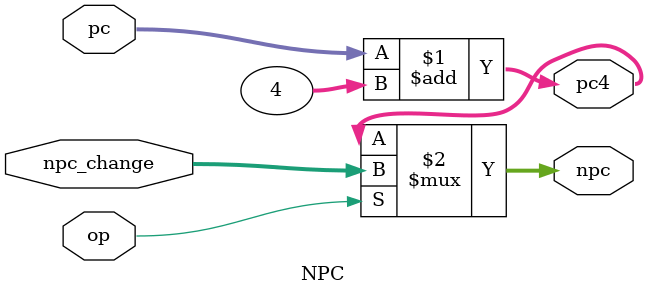
<source format=v>
module NPC (
    input  wire        op        ,
    input  wire [31:0] pc        ,
    input  wire [31:0] npc_change,

    output wire [31:0] npc       ,
    output wire [31:0] pc4
);

assign pc4 = pc + 4;

assign npc = op ? npc_change : pc4;

endmodule

</source>
